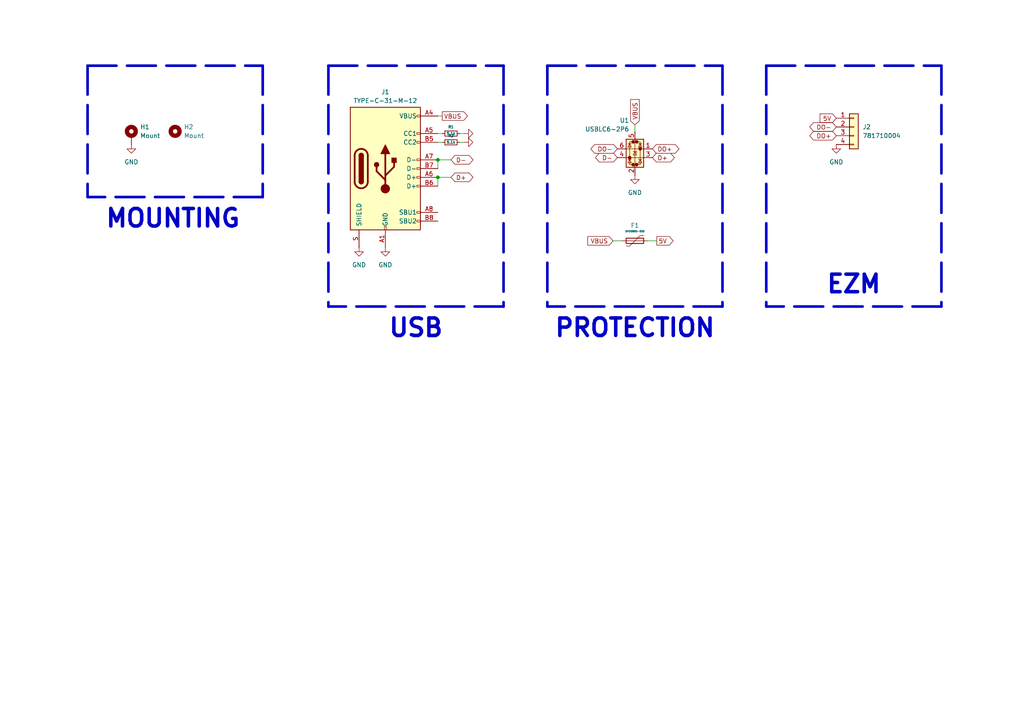
<source format=kicad_sch>
(kicad_sch (version 20250114) (generator "eeschema") (generator_version "9.0")
  (paper "A4")
  (lib_symbols
    (symbol "Connector:USB_C_Receptacle_USB2.0_16P" (pin_names (offset 1.016))
      (property "Reference" "J1" (at 0 22.225 0))
      (property "Value" "USB_C_Receptacle_USB2.0_16P" (at 0 19.685 0))
      (symbol "USB_C_Receptacle_USB2.0_16P_0_0"
        (rectangle (start -0.254 -17.78) (end 0.254 -16.764))
        (rectangle (start 10.16 15.494) (end 9.144 14.986))
        (rectangle (start 10.16 10.414) (end 9.144 9.906))
        (rectangle (start 10.16 7.874) (end 9.144 7.366))
        (rectangle (start 10.16 2.794) (end 9.144 2.286))
        (rectangle (start 10.16 0.254) (end 9.144 -0.254))
        (rectangle (start 10.16 -2.286) (end 9.144 -2.794))
        (rectangle (start 10.16 -4.826) (end 9.144 -5.334))
        (rectangle (start 10.16 -12.446) (end 9.144 -12.954))
        (rectangle (start 10.16 -14.986) (end 9.144 -15.494))
      )
      (symbol "USB_C_Receptacle_USB2.0_16P_0_1"
        (rectangle (start -10.16 17.78) (end 10.16 -17.78) (stroke (width 0.254)) (fill (type background)))
        (polyline (pts (xy -8.89 -3.81) (xy -8.89 3.81)) (stroke (width 0.508)))
        (rectangle (start -7.62 -3.81) (end -6.35 3.81) (stroke (width 0.254)) (fill (type outline)))
        (arc (start -7.62 3.81) (mid -6.985 4.4423) (end -6.35 3.81) (stroke (width 0.254)))
        (arc (start -7.62 3.81) (mid -6.985 4.4423) (end -6.35 3.81) (stroke (width 0.254)) (fill (type outline)))
        (arc (start -8.89 3.81) (mid -6.985 5.7067) (end -5.08 3.81) (stroke (width 0.508)))
        (arc (start -5.08 -3.81) (mid -6.985 -5.7067) (end -8.89 -3.81) (stroke (width 0.508)))
        (arc (start -6.35 -3.81) (mid -6.985 -4.4423) (end -7.62 -3.81) (stroke (width 0.254)))
        (arc (start -6.35 -3.81) (mid -6.985 -4.4423) (end -7.62 -3.81) (stroke (width 0.254)) (fill (type outline)))
        (polyline (pts (xy -5.08 3.81) (xy -5.08 -3.81)) (stroke (width 0.508)))
        (circle (center -2.54 1.143) (radius 0.635) (stroke (width 0.254)) (fill (type outline)))
        (polyline (pts (xy -1.27 4.318) (xy 0 6.858) (xy 1.27 4.318) (xy -1.27 4.318)) (stroke (width 0.254)) (fill (type outline)))
        (polyline (pts (xy 0 -2.032) (xy 2.54 0.508) (xy 2.54 1.778)) (stroke (width 0.508)))
        (polyline (pts (xy 0 -3.302) (xy -2.54 -0.762) (xy -2.54 0.508)) (stroke (width 0.508)))
        (polyline (pts (xy 0 -5.842) (xy 0 4.318)) (stroke (width 0.508)))
        (circle (center 0 -5.842) (radius 1.27) (fill (type outline)))
        (rectangle (start 1.905 1.778) (end 3.175 3.048) (stroke (width 0.254)) (fill (type outline)))
      )
      (symbol "USB_C_Receptacle_USB2.0_16P_1_1"
        (pin passive line (at -7.62 -22.86 90) (length 5.08) (name "SHIELD") (number "S"))
        (pin passive line (at 0 -22.86 90) (length 5.08) (name "GND") (number "A1"))
        (pin passive line (at 0 -22.86 90) (length 5.08) (hide yes) (name "GND") (number "A12"))
        (pin passive line (at 0 -22.86 90) (length 5.08) (hide yes) (name "GND") (number "B1"))
        (pin passive line (at 0 -22.86 90) (length 5.08) (hide yes) (name "GND") (number "B12"))
        (pin passive line (at 15.24 15.24 180) (length 5.08) (name "VBUS") (number "A4"))
        (pin passive line (at 15.24 15.24 180) (length 5.08) (hide yes) (name "VBUS") (number "A9"))
        (pin passive line (at 15.24 15.24 180) (length 5.08) (hide yes) (name "VBUS") (number "B4"))
        (pin passive line (at 15.24 15.24 180) (length 5.08) (hide yes) (name "VBUS") (number "B9"))
        (pin bidirectional line (at 15.24 10.16 180) (length 5.08) (name "CC1") (number "A5"))
        (pin bidirectional line (at 15.24 7.62 180) (length 5.08) (name "CC2") (number "B5"))
        (pin bidirectional line (at 15.24 2.54 180) (length 5.08) (name "D-") (number "A7"))
        (pin bidirectional line (at 15.24 0 180) (length 5.08) (name "D-") (number "B7"))
        (pin bidirectional line (at 15.24 -2.54 180) (length 5.08) (name "D+") (number "A6"))
        (pin bidirectional line (at 15.24 -5.08 180) (length 5.08) (name "D+") (number "B6"))
        (pin bidirectional line (at 15.24 -12.7 180) (length 5.08) (name "SBU1") (number "A8"))
        (pin bidirectional line (at 15.24 -15.24 180) (length 5.08) (name "SBU2") (number "B8"))
      )
    )
    (symbol "Connector_Generic:Conn_01x04" (pin_names (offset 1.016) (hide yes))
      (property "Reference" "J" (at 0 5.08 0))
      (property "Value" "Conn_01x04" (at 0 -7.62 0))
      (symbol "Conn_01x04_1_1"
        (rectangle (start -1.27 3.81) (end 1.27 -6.35) (stroke (width 0.254)) (fill (type background)))
        (rectangle (start -1.27 2.667) (end 0 2.413) (stroke (width 0.1524)))
        (rectangle (start -1.27 0.127) (end 0 -0.127) (stroke (width 0.1524)))
        (rectangle (start -1.27 -2.413) (end 0 -2.667) (stroke (width 0.1524)))
        (rectangle (start -1.27 -4.953) (end 0 -5.207) (stroke (width 0.1524)))
        (pin passive line (at -5.08 2.54 0) (length 3.81) (name "Pin_1") (number "1"))
        (pin passive line (at -5.08 0 0) (length 3.81) (name "Pin_2") (number "2"))
        (pin passive line (at -5.08 -2.54 0) (length 3.81) (name "Pin_3") (number "3"))
        (pin passive line (at -5.08 -5.08 0) (length 3.81) (name "Pin_4") (number "4"))
      )
    )
    (symbol "Device:Polyfuse" (pin_numbers (hide yes)) (pin_names (offset 0))
      (property "Reference" "F" (at -2.54 0 90))
      (property "Value" "Polyfuse" (at 2.54 0 90))
      (symbol "Polyfuse_0_1"
        (polyline (pts (xy -1.524 2.54) (xy -1.524 1.524) (xy 1.524 -1.524) (xy 1.524 -2.54)))
        (rectangle (start -0.762 2.54) (end 0.762 -2.54) (stroke (width 0.254)))
        (polyline (pts (xy 0 2.54) (xy 0 -2.54)))
      )
      (symbol "Polyfuse_1_1"
        (pin passive line (at 0 3.81 270) (length 1.27) (name "~") (number "1"))
        (pin passive line (at 0 -3.81 90) (length 1.27) (name "~") (number "2"))
      )
    )
    (symbol "Device:R_Small" (pin_numbers (hide yes)) (pin_names (offset 0.254) (hide yes))
      (property "Reference" "R" (at 0.762 0.508 0))
      (property "Value" "R_Small" (at 0.762 -1.016 0))
      (symbol "R_Small_0_1"
        (rectangle (start -0.762 1.778) (end 0.762 -1.778) (stroke (width 0.2032)))
      )
      (symbol "R_Small_1_1"
        (pin passive line (at 0 2.54 270) (length 0.762) (name "~") (number "1"))
        (pin passive line (at 0 -2.54 90) (length 0.762) (name "~") (number "2"))
      )
    )
    (symbol "GND_1" (power) (pin_numbers (hide yes)) (pin_names (offset 0) (hide yes))
      (property "Value" "GND_1" (at 0 -3.81 0))
      (symbol "GND_1_0_1"
        (polyline (pts (xy 0 0) (xy 0 -1.27) (xy 1.27 -1.27) (xy 0 -2.54) (xy -1.27 -1.27) (xy 0 -1.27)))
      )
      (symbol "GND_1_1_1"
        (pin power_in line (at 0 0 270) (length 0) (hide yes) (name "GND") (number "1"))
      )
    )
    (symbol "Mechanical:MountingHole" (pin_names (offset 1.016)) (in_bom no)
      (property "Reference" "H" (at 0 5.08 0))
      (property "Value" "MountingHole" (at 0 3.175 0))
      (symbol "MountingHole_0_1"
        (circle (center 0 0) (radius 1.27) (stroke (width 1.27)))
      )
    )
    (symbol "Mechanical:MountingHole_Pad_MP" (pin_numbers (hide yes)) (pin_names (offset 1.016) (hide yes)) (in_bom no)
      (property "Reference" "H1" (at 2.54 2.5401 0))
      (property "Value" "Mount" (at 2.54 0.0001 0))
      (symbol "MountingHole_Pad_MP_0_1"
        (circle (center 0 1.27) (radius 1.27) (stroke (width 1.27)))
      )
      (symbol "MountingHole_Pad_MP_1_1"
        (pin input line (at 0 -2.54 90) (length 2.54) (name "MP") (number "1"))
      )
    )
    (symbol "Power_Protection:USBLC6-2P6" (pin_names (hide yes))
      (property "Reference" "U" (at 0.635 5.715 0))
      (property "Value" "USBLC6-2P6" (at 0.635 3.81 0))
      (symbol "USBLC6-2P6_0_0"
        (circle (center -1.524 0) (radius 0.0001) (stroke (width 0.508)))
        (circle (center -0.508 2.032) (radius 0.0001) (stroke (width 0.508)))
        (circle (center -0.508 -4.572) (radius 0.0001) (stroke (width 0.508)))
        (circle (center 0.508 2.032) (radius 0.0001) (stroke (width 0.508)))
        (circle (center 0.508 -4.572) (radius 0.0001) (stroke (width 0.508)))
        (circle (center 1.524 -2.54) (radius 0.0001) (stroke (width 0.508)))
      )
      (symbol "USBLC6-2P6_0_1"
        (polyline (pts (xy -2.54 0) (xy 2.54 0)))
        (polyline (pts (xy -2.54 -2.54) (xy 2.54 -2.54)))
        (polyline (pts (xy -2.032 0.508) (xy -1.016 0.508) (xy -1.524 1.524) (xy -2.032 0.508)))
        (polyline (pts (xy -2.032 -3.048) (xy -1.016 -3.048)))
        (polyline (pts (xy -1.016 1.524) (xy -2.032 1.524)))
        (polyline (pts (xy -1.016 -4.064) (xy -2.032 -4.064) (xy -1.524 -3.048) (xy -1.016 -4.064)))
        (polyline (pts (xy -0.508 -1.143) (xy -0.508 -0.762) (xy 0.508 -0.762)))
        (polyline (pts (xy 0 2.54) (xy -0.508 2.032) (xy 0.508 2.032) (xy 0 1.524) (xy 0 -4.064) (xy -0.508 -4.572) (xy 0.508 -4.572) (xy 0 -5.08)))
        (polyline (pts (xy 0.508 -1.778) (xy -0.508 -1.778) (xy 0 -0.762) (xy 0.508 -1.778)))
        (polyline (pts (xy 1.016 1.524) (xy 2.032 1.524)))
        (polyline (pts (xy 1.016 -3.048) (xy 2.032 -3.048)))
        (polyline (pts (xy 2.032 0.508) (xy 1.016 0.508) (xy 1.524 1.524) (xy 2.032 0.508)))
        (polyline (pts (xy 2.032 -4.064) (xy 1.016 -4.064) (xy 1.524 -3.048) (xy 2.032 -4.064)))
      )
      (symbol "USBLC6-2P6_1_1"
        (rectangle (start -2.54 2.794) (end 2.54 -5.334) (stroke (width 0.254)) (fill (type background)))
        (polyline (pts (xy -0.508 2.032) (xy -1.524 2.032) (xy -1.524 -4.572) (xy -0.508 -4.572)))
        (polyline (pts (xy 0.508 -4.572) (xy 1.524 -4.572) (xy 1.524 2.032) (xy 0.508 2.032)))
        (pin passive line (at -5.08 0 0) (length 2.54) (name "I/O1") (number "1"))
        (pin passive line (at -5.08 -2.54 0) (length 2.54) (name "I/O2") (number "3"))
        (pin passive line (at 0 5.08 270) (length 2.54) (name "VBUS") (number "5"))
        (pin passive line (at 0 -7.62 90) (length 2.54) (name "GND") (number "2"))
        (pin passive line (at 5.08 0 180) (length 2.54) (name "I/O1") (number "6"))
        (pin passive line (at 5.08 -2.54 180) (length 2.54) (name "I/O2") (number "4"))
      )
    )
    (symbol "power:GND" (power) (pin_numbers (hide yes)) (pin_names (offset 0) (hide yes))
      (property "Value" "GND" (at 0 -3.81 0))
      (symbol "GND_0_1"
        (polyline (pts (xy 0 0) (xy 0 -1.27) (xy 1.27 -1.27) (xy 0 -2.54) (xy -1.27 -1.27) (xy 0 -1.27)))
      )
      (symbol "GND_1_1"
        (pin power_in line (at 0 0 270) (length 0) (name "~") (number "1"))
      )
    )
  )
  (text "EZM" (at 247.65 82.55 0) (effects (font (size 5.08 5.08) (thickness 1.016) (bold yes))))
  (text "USB" (at 120.65 95.25 0) (effects (font (size 5.08 5.08) (thickness 1.016) (bold yes))))
  (text "MOUNTING" (at 50.165 63.5 0) (effects (font (size 5.08 5.08) (thickness 1.016) (bold yes))))
  (text "PROTECTION" (at 184.15 95.25 0) (effects (font (size 5.08 5.08) (thickness 1.016) (bold yes))))
  (junction (at 127 51.435))
  (junction (at 127 46.355))
  (polyline (pts (xy 222.25 19.05) (xy 273.05 19.05)) (stroke (width 0.762) (type dash)))
  (polyline (pts (xy 25.4 19.05) (xy 25.4 57.15)) (stroke (width 0.762) (type dash)))
  (polyline (pts (xy 76.2 57.15) (xy 25.4 57.15)) (stroke (width 0.762) (type dash)))
  (polyline (pts (xy 273.05 19.05) (xy 273.05 88.9)) (stroke (width 0.762) (type dash)))
  (polyline (pts (xy 158.75 19.05) (xy 158.75 88.9)) (stroke (width 0.762) (type dash)))
  (wire (pts (xy 127 41.275) (xy 128.27 41.275)))
  (wire (pts (xy 133.35 41.275) (xy 134.62 41.275)))
  (polyline (pts (xy 95.25 19.05) (xy 146.05 19.05)) (stroke (width 0.762) (type dash)))
  (polyline (pts (xy 95.25 19.05) (xy 95.25 88.9)) (stroke (width 0.762) (type dash)))
  (polyline (pts (xy 76.2 19.05) (xy 76.2 57.15)) (stroke (width 0.762) (type dash)))
  (polyline (pts (xy 146.05 19.05) (xy 146.05 88.9)) (stroke (width 0.762) (type dash)))
  (wire (pts (xy 177.8 69.85) (xy 180.34 69.85)))
  (wire (pts (xy 127 33.655) (xy 128.27 33.655)))
  (wire (pts (xy 133.35 38.735) (xy 134.62 38.735)))
  (polyline (pts (xy 146.05 88.9) (xy 95.25 88.9)) (stroke (width 0.762) (type dash)))
  (polyline (pts (xy 209.55 19.05) (xy 209.55 88.9)) (stroke (width 0.762) (type dash)))
  (wire (pts (xy 127 51.435) (xy 130.81 51.435)))
  (wire (pts (xy 127 38.735) (xy 128.27 38.735)))
  (wire (pts (xy 127 46.355) (xy 127 48.895)))
  (wire (pts (xy 127 51.435) (xy 127 53.975)))
  (polyline (pts (xy 273.05 88.9) (xy 222.25 88.9)) (stroke (width 0.762) (type dash)))
  (polyline (pts (xy 222.25 19.05) (xy 222.25 88.9)) (stroke (width 0.762) (type dash)))
  (polyline (pts (xy 209.55 88.9) (xy 158.75 88.9)) (stroke (width 0.762) (type dash)))
  (wire (pts (xy 127 46.355) (xy 130.81 46.355)))
  (polyline (pts (xy 25.4 19.05) (xy 76.2 19.05)) (stroke (width 0.762) (type dash)))
  (wire (pts (xy 184.15 36.195) (xy 184.15 38.1)))
  (wire (pts (xy 187.96 69.85) (xy 190.5 69.85)))
  (polyline (pts (xy 158.75 19.05) (xy 209.55 19.05)) (stroke (width 0.762) (type dash)))
  (global_label "DO-" (shape bidirectional) (at 179.07 43.18 180) (property "Intersheetrefs" "${INTERSHEET_REFS}" (effects (hide yes))))
  (global_label "VBUS" (shape input) (at 184.15 36.195 90) (property "Intersheetrefs" "${INTERSHEET_REFS}" (effects (hide yes))))
  (global_label "VBUS" (shape input) (at 177.8 69.85 180) (property "Intersheetrefs" "${INTERSHEET_REFS}" (effects (hide yes))))
  (global_label "D+" (shape bidirectional) (at 130.81 51.435 0) (property "Intersheetrefs" "${INTERSHEET_REFS}" (effects (hide yes))))
  (global_label "D-" (shape bidirectional) (at 179.07 45.72 180) (property "Intersheetrefs" "${INTERSHEET_REFS}" (effects (hide yes))))
  (global_label "5V" (shape output) (at 190.5 69.85 0) (property "Intersheetrefs" "${INTERSHEET_REFS}" (effects (hide yes))))
  (global_label "5V" (shape input) (at 242.57 34.29 180) (property "Intersheetrefs" "${INTERSHEET_REFS}" (effects (hide yes))))
  (global_label "D+" (shape bidirectional) (at 189.23 45.72 0) (property "Intersheetrefs" "${INTERSHEET_REFS}" (effects (hide yes))))
  (global_label "D-" (shape bidirectional) (at 130.81 46.355 0) (property "Intersheetrefs" "${INTERSHEET_REFS}" (effects (hide yes))))
  (global_label "DO+" (shape bidirectional) (at 189.23 43.18 0) (property "Intersheetrefs" "${INTERSHEET_REFS}" (effects (hide yes))))
  (global_label "DO-" (shape bidirectional) (at 242.57 36.83 180) (property "Intersheetrefs" "${INTERSHEET_REFS}" (effects (hide yes))))
  (global_label "VBUS" (shape output) (at 128.27 33.655 0) (property "Intersheetrefs" "${INTERSHEET_REFS}" (effects (hide yes))))
  (global_label "DO+" (shape bidirectional) (at 242.57 39.37 180) (property "Intersheetrefs" "${INTERSHEET_REFS}" (effects (hide yes))))
  (symbol (lib_id "Device:R_Small") (at 130.81 38.735 90) (unit 1)
    (property "Reference" "R1" (at 130.81 36.83 90) (effects (font (size 0.762 0.762))))
    (property "Value" "5.1k" (at 130.81 38.735 90) (effects (font (size 0.762 0.762))))
    (property "Footprint" "Resistor_SMD:R_0402_1005Metric" (effects (hide yes)))
    (property "Package" "R0402" (effects (hide yes)))
    (property "Manufacturer" "Uniroyal" (effects (hide yes)))
    (property "Manufacturer Part Number" "0402WGF5101TCE" (effects (hide yes)))
    (property "LCSC Part Number" "C25905" (effects (hide yes)))
  )
  (symbol (lib_id "Device:R_Small") (at 130.81 41.275 90) (unit 1)
    (property "Reference" "R2" (at 130.81 39.37 90) (effects (font (size 0.762 0.762))))
    (property "Value" "5.1k" (at 130.81 41.275 90) (effects (font (size 0.762 0.762))))
    (property "Footprint" "Resistor_SMD:R_0402_1005Metric" (effects (hide yes)))
    (property "Package" "R0402" (effects (hide yes)))
  )
  (symbol (lib_id "Device:Polyfuse") (at 184.15 69.85 90) (unit 1)
    (property "Reference" "F1" (at 184.15 65.405 90))
    (property "Value" "SMD0805-050" (at 184.15 67.0814 90) (effects (font (size 0.508 0.508))))
    (property "Footprint" "Fuse:Fuse_0805_2012Metric" (effects (hide yes)))
    (property "Manufacturer" "TECHFUSE" (effects (hide yes)))
    (property "Manufacturer Part Number" "SMD0805-050 " (effects (hide yes)))
    (property "LCSC Part Number" "C66452" (effects (hide yes)))
    (property "Package" "F0805" (effects (hide yes)))
  )
  (symbol (lib_id "Power_Protection:USBLC6-2P6") (at 184.15 43.18 0) (mirror y) (unit 1)
    (property "Reference" "U1" (at 182.4989 34.925 0) (effects (justify left)))
    (property "Value" "USBLC6-2P6" (at 182.4989 37.465 0) (effects (justify left)))
    (property "Footprint" "Package_TO_SOT_SMD:SOT-666" (effects (hide yes)))
    (property "Datasheet" "https://www.st.com/resource/en/datasheet/usblc6-2.pdf" (effects (hide yes)))
    (property "Description" "Very low capacitance ESD protection diode, 2 data-line, SOT-666" (effects (hide yes)))
    (property "Manufacturer" "STMicroelectronics" (effects (hide yes)))
    (property "Manufacturer Part Number" "USBLC6-2P6" (effects (hide yes)))
    (property "LCSC Part Number" "C15999" (effects (hide yes)))
    (property "Package" "SOT-666" (effects (hide yes)))
  )
  (symbol (lib_id "Mechanical:MountingHole") (at 50.8 38.1 0) (unit 1) (in_bom no)
    (property "Reference" "H2" (at 53.34 36.8299 0) (effects (justify left)))
    (property "Value" "Mount" (at 53.34 39.3699 0) (effects (justify left)))
    (property "Footprint" "MountingHole:MountingHole_2.2mm_M2_DIN965_Pad" (effects (hide yes)))
    (property "Description" "Mounting Hole without connection" (effects (hide yes)))
  )
  (symbol (lib_id "power:GND") (at 242.57 41.91 0) (unit 1)
    (property "Reference" "#PWR03" (effects (hide yes)))
    (property "Value" "GND" (at 242.57 46.99 0))
    (property "Description" "Power symbol creates a global label with name \"GND\" , ground" (effects (hide yes)))
  )
  (symbol (lib_name "GND_1") (lib_id "power:GND") (at 134.62 38.735 90) (unit 1)
    (property "Reference" "#PWR06" (effects (hide yes)))
    (property "Value" "GND" (effects (hide yes)))
  )
  (symbol (lib_id "power:GND") (at 38.1 41.91 0) (unit 1)
    (property "Reference" "#PWR01" (effects (hide yes)))
    (property "Value" "GND" (at 38.1 46.99 0))
    (property "Description" "Power symbol creates a global label with name \"GND\" , ground" (effects (hide yes)))
  )
  (symbol (lib_id "power:GND") (at 104.14 71.755 0) (unit 1)
    (property "Reference" "#PWR04" (effects (hide yes)))
    (property "Value" "GND" (at 104.14 76.835 0))
    (property "Description" "Power symbol creates a global label with name \"GND\" , ground" (effects (hide yes)))
  )
  (symbol (lib_id "Connector:USB_C_Receptacle_USB2.0_16P") (at 111.76 48.895 0) (unit 1)
    (property "Reference" "J1" (at 111.76 26.67 0))
    (property "Value" "TYPE-C-31-M-12" (at 111.76 29.21 0))
    (property "Footprint" "acheron_Connectors:USB_C_Receptacle_Hroparts_TYPE-C-31-M-12" (effects (hide yes)))
    (property "Datasheet" "https://www.usb.org/sites/default/files/documents/usb_type-c.zip" (effects (hide yes)))
    (property "Description" "USB 2.0-only 16P Type-C Receptacle connector" (effects (hide yes)))
    (property "Manufacturer" "Koren Hroparts" (effects (hide yes)))
    (property "Manufacturer Part Number" "TYPE-C-31-M-12 " (effects (hide yes)))
    (property "LCSC Part Number" "C165948" (effects (hide yes)))
  )
  (symbol (lib_name "GND_1") (lib_id "power:GND") (at 134.62 41.275 90) (unit 1)
    (property "Reference" "#PWR07" (effects (hide yes)))
    (property "Value" "GND" (effects (hide yes)))
  )
  (symbol (lib_id "power:GND") (at 184.15 50.8 0) (unit 1)
    (property "Reference" "#PWR02" (effects (hide yes)))
    (property "Value" "GND" (at 184.15 55.88 0))
    (property "Description" "Power symbol creates a global label with name \"GND\" , ground" (effects (hide yes)))
  )
  (symbol (lib_id "Connector_Generic:Conn_01x04") (at 247.65 36.83 0) (unit 1)
    (property "Reference" "J2" (at 250.19 36.8299 0) (effects (justify left)))
    (property "Value" "781710004" (at 250.19 39.3699 0) (effects (justify left)))
    (property "Footprint" "acheron_Connectors:MOLEX_781710004" (effects (hide yes)))
    (property "Description" "Generic connector, single row, 01x04, script generated (kicad-library-utils/schlib/autogen/connector/)" (effects (hide yes)))
    (property "Manufacturer" "MOLEX" (effects (hide yes)))
    (property "Manufacturer Part Number" "781710004" (effects (hide yes)))
    (property "LCSC Part Number" "C588524" (effects (hide yes)))
  )
  (symbol (lib_id "Mechanical:MountingHole_Pad_MP") (at 38.1 39.37 0) (unit 1) (in_bom no)
    (property "Reference" "H1" (at 40.64 36.8299 0) (effects (justify left)))
    (property "Value" "Mount" (at 40.64 39.3699 0) (effects (justify left)))
    (property "Footprint" "MountingHole:MountingHole_2.2mm_M2_DIN965_Pad" (effects (hide yes)))
    (property "Description" "Mounting Hole with connection as pad named MP" (effects (hide yes)))
  )
  (symbol (lib_id "power:GND") (at 111.76 71.755 0) (unit 1)
    (property "Reference" "#PWR05" (effects (hide yes)))
    (property "Value" "GND" (at 111.76 76.835 0))
    (property "Description" "Power symbol creates a global label with name \"GND\" , ground" (effects (hide yes)))
  )
)
</source>
